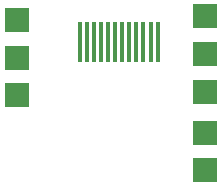
<source format=gbr>
%FSLAX34Y34*%
%MOMM*%
%LNSMDMASK_BOTTOM*%
G71*
G01*
%ADD10R, 0.300X3.500*%
%ADD11R, 2.000X2.000*%
%LPD*%
X216000Y911000D02*
G54D10*
D03*
X222000Y911000D02*
G54D10*
D03*
X228000Y911000D02*
G54D10*
D03*
X234000Y911000D02*
G54D10*
D03*
X240000Y911000D02*
G54D10*
D03*
X246000Y911000D02*
G54D10*
D03*
X252000Y911000D02*
G54D10*
D03*
X258000Y911000D02*
G54D10*
D03*
X264000Y911000D02*
G54D10*
D03*
X270000Y911000D02*
G54D10*
D03*
X276000Y911000D02*
G54D10*
D03*
X282000Y911000D02*
G54D10*
D03*
X322000Y933000D02*
G54D11*
D03*
X322000Y901000D02*
G54D11*
D03*
X322000Y869000D02*
G54D11*
D03*
X163000Y866000D02*
G54D11*
D03*
X163000Y898000D02*
G54D11*
D03*
X163000Y930000D02*
G54D11*
D03*
X322000Y834000D02*
G54D11*
D03*
X322000Y803000D02*
G54D11*
D03*
M02*

</source>
